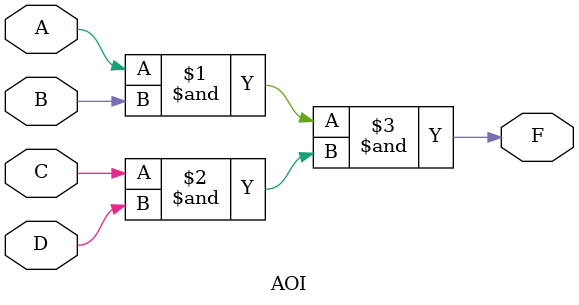
<source format=v>
module AOI (A,B,C,D,F);
    input A,B,C,D;
    output F;

    assign F = ((A&B) & (C&D));
    
endmodule
</source>
